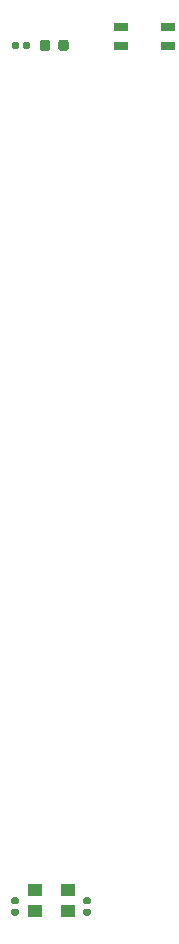
<source format=gbr>
%TF.GenerationSoftware,KiCad,Pcbnew,(5.1.6)-1*%
%TF.CreationDate,2020-07-01T23:58:00+08:00*%
%TF.ProjectId,matrix_v3s,6d617472-6978-45f7-9633-732e6b696361,rev?*%
%TF.SameCoordinates,Original*%
%TF.FileFunction,Paste,Bot*%
%TF.FilePolarity,Positive*%
%FSLAX46Y46*%
G04 Gerber Fmt 4.6, Leading zero omitted, Abs format (unit mm)*
G04 Created by KiCad (PCBNEW (5.1.6)-1) date 2020-07-01 23:58:00*
%MOMM*%
%LPD*%
G01*
G04 APERTURE LIST*
%ADD10R,1.200000X0.800000*%
%ADD11R,1.200000X1.000000*%
G04 APERTURE END LIST*
%TO.C,D12*%
G36*
G01*
X77374000Y-22603750D02*
X77374000Y-23116250D01*
G75*
G02*
X77155250Y-23335000I-218750J0D01*
G01*
X76717750Y-23335000D01*
G75*
G02*
X76499000Y-23116250I0J218750D01*
G01*
X76499000Y-22603750D01*
G75*
G02*
X76717750Y-22385000I218750J0D01*
G01*
X77155250Y-22385000D01*
G75*
G02*
X77374000Y-22603750I0J-218750D01*
G01*
G37*
G36*
G01*
X78949000Y-22603750D02*
X78949000Y-23116250D01*
G75*
G02*
X78730250Y-23335000I-218750J0D01*
G01*
X78292750Y-23335000D01*
G75*
G02*
X78074000Y-23116250I0J218750D01*
G01*
X78074000Y-22603750D01*
G75*
G02*
X78292750Y-22385000I218750J0D01*
G01*
X78730250Y-22385000D01*
G75*
G02*
X78949000Y-22603750I0J-218750D01*
G01*
G37*
%TD*%
%TO.C,R45*%
G36*
G01*
X74740000Y-22687500D02*
X74740000Y-23032500D01*
G75*
G02*
X74592500Y-23180000I-147500J0D01*
G01*
X74297500Y-23180000D01*
G75*
G02*
X74150000Y-23032500I0J147500D01*
G01*
X74150000Y-22687500D01*
G75*
G02*
X74297500Y-22540000I147500J0D01*
G01*
X74592500Y-22540000D01*
G75*
G02*
X74740000Y-22687500I0J-147500D01*
G01*
G37*
G36*
G01*
X75710000Y-22687500D02*
X75710000Y-23032500D01*
G75*
G02*
X75562500Y-23180000I-147500J0D01*
G01*
X75267500Y-23180000D01*
G75*
G02*
X75120000Y-23032500I0J147500D01*
G01*
X75120000Y-22687500D01*
G75*
G02*
X75267500Y-22540000I147500J0D01*
G01*
X75562500Y-22540000D01*
G75*
G02*
X75710000Y-22687500I0J-147500D01*
G01*
G37*
%TD*%
D10*
%TO.C,SW3*%
X87344000Y-22898000D03*
X83344000Y-22898000D03*
X87344000Y-21298000D03*
X83344000Y-21298000D03*
%TD*%
D11*
%TO.C,D7*%
X78870000Y-96150000D03*
X78870000Y-94350000D03*
X76070000Y-96150000D03*
X76070000Y-94350000D03*
%TD*%
%TO.C,C32*%
G36*
G01*
X74249500Y-95948000D02*
X74594500Y-95948000D01*
G75*
G02*
X74742000Y-96095500I0J-147500D01*
G01*
X74742000Y-96390500D01*
G75*
G02*
X74594500Y-96538000I-147500J0D01*
G01*
X74249500Y-96538000D01*
G75*
G02*
X74102000Y-96390500I0J147500D01*
G01*
X74102000Y-96095500D01*
G75*
G02*
X74249500Y-95948000I147500J0D01*
G01*
G37*
G36*
G01*
X74249500Y-94978000D02*
X74594500Y-94978000D01*
G75*
G02*
X74742000Y-95125500I0J-147500D01*
G01*
X74742000Y-95420500D01*
G75*
G02*
X74594500Y-95568000I-147500J0D01*
G01*
X74249500Y-95568000D01*
G75*
G02*
X74102000Y-95420500I0J147500D01*
G01*
X74102000Y-95125500D01*
G75*
G02*
X74249500Y-94978000I147500J0D01*
G01*
G37*
%TD*%
%TO.C,R35*%
G36*
G01*
X80345500Y-95948000D02*
X80690500Y-95948000D01*
G75*
G02*
X80838000Y-96095500I0J-147500D01*
G01*
X80838000Y-96390500D01*
G75*
G02*
X80690500Y-96538000I-147500J0D01*
G01*
X80345500Y-96538000D01*
G75*
G02*
X80198000Y-96390500I0J147500D01*
G01*
X80198000Y-96095500D01*
G75*
G02*
X80345500Y-95948000I147500J0D01*
G01*
G37*
G36*
G01*
X80345500Y-94978000D02*
X80690500Y-94978000D01*
G75*
G02*
X80838000Y-95125500I0J-147500D01*
G01*
X80838000Y-95420500D01*
G75*
G02*
X80690500Y-95568000I-147500J0D01*
G01*
X80345500Y-95568000D01*
G75*
G02*
X80198000Y-95420500I0J147500D01*
G01*
X80198000Y-95125500D01*
G75*
G02*
X80345500Y-94978000I147500J0D01*
G01*
G37*
%TD*%
M02*

</source>
